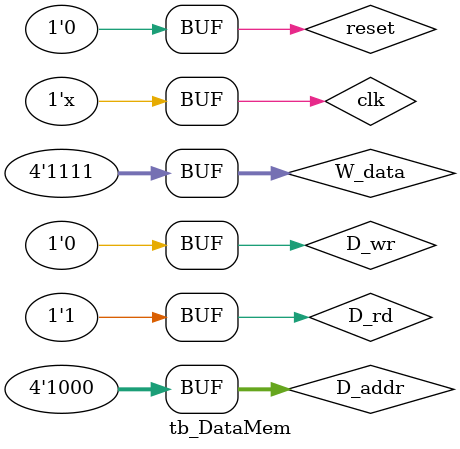
<source format=sv>
`timescale 1ns / 1ps


module tb_DataMem();
     logic D_rd, D_wr, clk, reset;
     logic [3:0] D_addr, W_data;
     logic [3:0] R_data;
     Data_memory data_memory_test(D_rd, D_wr, clk, reset, D_addr, W_data, R_data); 
     
     initial 
        clk = 1;
    always 
        begin
        #10;               
        clk = ~clk;        
        end
        
     initial begin
     reset = 1;
     D_wr = 0;
     D_addr = 0;
     W_data = 0;
     #10;
     reset = 0;
     #10;
     D_rd = 1;
     D_addr = 0;
     #10;
     D_addr = 1;
     #10;
     D_addr = 2;
     #10;
     D_addr = 3;
     #10;
     D_addr = 4;
     #10;
     D_addr = 5;
     #10;
     D_addr = 6;
     #10;
     D_addr = 7;
     #10;
     D_wr = 1;
     D_rd = 0;
     D_addr = 8;
     W_data = 4'hF;
     #10;
     D_wr = 0;
     D_rd = 1;
     end
endmodule

</source>
